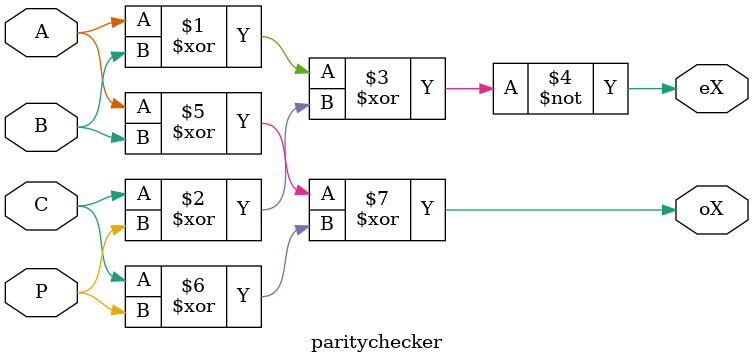
<source format=v>
module paritychecker(A,B,C,P,eX,oX);
  input A,B,C,P;
  output eX,oX;
  assign eX=~((A^B)^(C^P)),oX=((A^B)^(C^P));
endmodule
</source>
